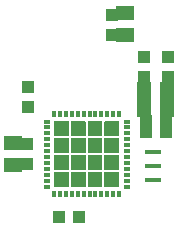
<source format=gbr>
G04 EAGLE Gerber RS-274X export*
G75*
%MOMM*%
%FSLAX34Y34*%
%LPD*%
%INSolderpaste Bottom*%
%IPPOS*%
%AMOC8*
5,1,8,0,0,1.08239X$1,22.5*%
G01*
%ADD10R,1.500000X1.300000*%
%ADD11R,1.000000X1.100000*%
%ADD12R,1.100000X1.000000*%
%ADD13R,1.399997X0.400000*%
%ADD14R,0.550000X0.297181*%
%ADD15R,0.297181X0.550000*%
%ADD16R,1.300000X1.500000*%

G36*
X-13952Y124319D02*
X-13952Y124319D01*
X-13950Y124318D01*
X-13907Y124338D01*
X-13863Y124356D01*
X-13863Y124358D01*
X-13861Y124359D01*
X-13828Y124444D01*
X-13828Y136668D01*
X-13829Y136670D01*
X-13828Y136672D01*
X-13848Y136715D01*
X-13866Y136759D01*
X-13868Y136759D01*
X-13869Y136761D01*
X-13954Y136794D01*
X-26178Y136794D01*
X-26180Y136793D01*
X-26182Y136794D01*
X-26225Y136774D01*
X-26269Y136756D01*
X-26269Y136754D01*
X-26271Y136753D01*
X-26304Y136668D01*
X-26304Y124444D01*
X-26303Y124442D01*
X-26304Y124440D01*
X-26284Y124397D01*
X-26266Y124353D01*
X-26264Y124353D01*
X-26263Y124351D01*
X-26178Y124318D01*
X-13954Y124318D01*
X-13952Y124319D01*
G37*
G36*
X14496Y124319D02*
X14496Y124319D01*
X14498Y124318D01*
X14541Y124338D01*
X14585Y124356D01*
X14585Y124358D01*
X14587Y124359D01*
X14620Y124444D01*
X14620Y136668D01*
X14619Y136670D01*
X14620Y136672D01*
X14600Y136715D01*
X14582Y136759D01*
X14580Y136759D01*
X14579Y136761D01*
X14494Y136794D01*
X2270Y136794D01*
X2268Y136793D01*
X2266Y136794D01*
X2223Y136774D01*
X2179Y136756D01*
X2179Y136754D01*
X2177Y136753D01*
X2144Y136668D01*
X2144Y124444D01*
X2145Y124442D01*
X2144Y124440D01*
X2164Y124397D01*
X2182Y124353D01*
X2184Y124353D01*
X2185Y124351D01*
X2270Y124318D01*
X14494Y124318D01*
X14496Y124319D01*
G37*
G36*
X272Y124319D02*
X272Y124319D01*
X274Y124318D01*
X317Y124338D01*
X361Y124356D01*
X361Y124358D01*
X363Y124359D01*
X396Y124444D01*
X396Y136668D01*
X395Y136670D01*
X396Y136672D01*
X376Y136715D01*
X358Y136759D01*
X356Y136759D01*
X355Y136761D01*
X270Y136794D01*
X-11954Y136794D01*
X-11956Y136793D01*
X-11958Y136794D01*
X-12001Y136774D01*
X-12045Y136756D01*
X-12045Y136754D01*
X-12047Y136753D01*
X-12080Y136668D01*
X-12080Y124444D01*
X-12079Y124442D01*
X-12080Y124440D01*
X-12060Y124397D01*
X-12042Y124353D01*
X-12040Y124353D01*
X-12039Y124351D01*
X-11954Y124318D01*
X270Y124318D01*
X272Y124319D01*
G37*
G36*
X28720Y124319D02*
X28720Y124319D01*
X28722Y124318D01*
X28765Y124338D01*
X28809Y124356D01*
X28809Y124358D01*
X28811Y124359D01*
X28844Y124444D01*
X28844Y136668D01*
X28843Y136670D01*
X28844Y136672D01*
X28824Y136715D01*
X28806Y136759D01*
X28804Y136759D01*
X28803Y136761D01*
X28718Y136794D01*
X16494Y136794D01*
X16492Y136793D01*
X16490Y136794D01*
X16447Y136774D01*
X16403Y136756D01*
X16403Y136754D01*
X16401Y136753D01*
X16368Y136668D01*
X16368Y124444D01*
X16369Y124442D01*
X16368Y124440D01*
X16388Y124397D01*
X16406Y124353D01*
X16408Y124353D01*
X16409Y124351D01*
X16494Y124318D01*
X28718Y124318D01*
X28720Y124319D01*
G37*
G36*
X14496Y110095D02*
X14496Y110095D01*
X14498Y110094D01*
X14541Y110114D01*
X14585Y110132D01*
X14585Y110134D01*
X14587Y110135D01*
X14620Y110220D01*
X14620Y122444D01*
X14619Y122446D01*
X14620Y122448D01*
X14600Y122491D01*
X14582Y122535D01*
X14580Y122535D01*
X14579Y122537D01*
X14494Y122570D01*
X2270Y122570D01*
X2268Y122569D01*
X2266Y122570D01*
X2223Y122550D01*
X2179Y122532D01*
X2179Y122530D01*
X2177Y122529D01*
X2144Y122444D01*
X2144Y110220D01*
X2145Y110218D01*
X2144Y110216D01*
X2164Y110173D01*
X2182Y110129D01*
X2184Y110129D01*
X2185Y110127D01*
X2270Y110094D01*
X14494Y110094D01*
X14496Y110095D01*
G37*
G36*
X-13952Y110095D02*
X-13952Y110095D01*
X-13950Y110094D01*
X-13907Y110114D01*
X-13863Y110132D01*
X-13863Y110134D01*
X-13861Y110135D01*
X-13828Y110220D01*
X-13828Y122444D01*
X-13829Y122446D01*
X-13828Y122448D01*
X-13848Y122491D01*
X-13866Y122535D01*
X-13868Y122535D01*
X-13869Y122537D01*
X-13954Y122570D01*
X-26178Y122570D01*
X-26180Y122569D01*
X-26182Y122570D01*
X-26225Y122550D01*
X-26269Y122532D01*
X-26269Y122530D01*
X-26271Y122529D01*
X-26304Y122444D01*
X-26304Y110220D01*
X-26303Y110218D01*
X-26304Y110216D01*
X-26284Y110173D01*
X-26266Y110129D01*
X-26264Y110129D01*
X-26263Y110127D01*
X-26178Y110094D01*
X-13954Y110094D01*
X-13952Y110095D01*
G37*
G36*
X272Y110095D02*
X272Y110095D01*
X274Y110094D01*
X317Y110114D01*
X361Y110132D01*
X361Y110134D01*
X363Y110135D01*
X396Y110220D01*
X396Y122444D01*
X395Y122446D01*
X396Y122448D01*
X376Y122491D01*
X358Y122535D01*
X356Y122535D01*
X355Y122537D01*
X270Y122570D01*
X-11954Y122570D01*
X-11956Y122569D01*
X-11958Y122570D01*
X-12001Y122550D01*
X-12045Y122532D01*
X-12045Y122530D01*
X-12047Y122529D01*
X-12080Y122444D01*
X-12080Y110220D01*
X-12079Y110218D01*
X-12080Y110216D01*
X-12060Y110173D01*
X-12042Y110129D01*
X-12040Y110129D01*
X-12039Y110127D01*
X-11954Y110094D01*
X270Y110094D01*
X272Y110095D01*
G37*
G36*
X28720Y110095D02*
X28720Y110095D01*
X28722Y110094D01*
X28765Y110114D01*
X28809Y110132D01*
X28809Y110134D01*
X28811Y110135D01*
X28844Y110220D01*
X28844Y122444D01*
X28843Y122446D01*
X28844Y122448D01*
X28824Y122491D01*
X28806Y122535D01*
X28804Y122535D01*
X28803Y122537D01*
X28718Y122570D01*
X16494Y122570D01*
X16492Y122569D01*
X16490Y122570D01*
X16447Y122550D01*
X16403Y122532D01*
X16403Y122530D01*
X16401Y122529D01*
X16368Y122444D01*
X16368Y110220D01*
X16369Y110218D01*
X16368Y110216D01*
X16388Y110173D01*
X16406Y110129D01*
X16408Y110129D01*
X16409Y110127D01*
X16494Y110094D01*
X28718Y110094D01*
X28720Y110095D01*
G37*
G36*
X-13952Y95871D02*
X-13952Y95871D01*
X-13950Y95870D01*
X-13907Y95890D01*
X-13863Y95908D01*
X-13863Y95910D01*
X-13861Y95911D01*
X-13828Y95996D01*
X-13828Y108220D01*
X-13829Y108222D01*
X-13828Y108224D01*
X-13848Y108267D01*
X-13866Y108311D01*
X-13868Y108311D01*
X-13869Y108313D01*
X-13954Y108346D01*
X-26178Y108346D01*
X-26180Y108345D01*
X-26182Y108346D01*
X-26225Y108326D01*
X-26269Y108308D01*
X-26269Y108306D01*
X-26271Y108305D01*
X-26304Y108220D01*
X-26304Y95996D01*
X-26303Y95994D01*
X-26304Y95992D01*
X-26284Y95949D01*
X-26266Y95905D01*
X-26264Y95905D01*
X-26263Y95903D01*
X-26178Y95870D01*
X-13954Y95870D01*
X-13952Y95871D01*
G37*
G36*
X14496Y95871D02*
X14496Y95871D01*
X14498Y95870D01*
X14541Y95890D01*
X14585Y95908D01*
X14585Y95910D01*
X14587Y95911D01*
X14620Y95996D01*
X14620Y108220D01*
X14619Y108222D01*
X14620Y108224D01*
X14600Y108267D01*
X14582Y108311D01*
X14580Y108311D01*
X14579Y108313D01*
X14494Y108346D01*
X2270Y108346D01*
X2268Y108345D01*
X2266Y108346D01*
X2223Y108326D01*
X2179Y108308D01*
X2179Y108306D01*
X2177Y108305D01*
X2144Y108220D01*
X2144Y95996D01*
X2145Y95994D01*
X2144Y95992D01*
X2164Y95949D01*
X2182Y95905D01*
X2184Y95905D01*
X2185Y95903D01*
X2270Y95870D01*
X14494Y95870D01*
X14496Y95871D01*
G37*
G36*
X272Y95871D02*
X272Y95871D01*
X274Y95870D01*
X317Y95890D01*
X361Y95908D01*
X361Y95910D01*
X363Y95911D01*
X396Y95996D01*
X396Y108220D01*
X395Y108222D01*
X396Y108224D01*
X376Y108267D01*
X358Y108311D01*
X356Y108311D01*
X355Y108313D01*
X270Y108346D01*
X-11954Y108346D01*
X-11956Y108345D01*
X-11958Y108346D01*
X-12001Y108326D01*
X-12045Y108308D01*
X-12045Y108306D01*
X-12047Y108305D01*
X-12080Y108220D01*
X-12080Y95996D01*
X-12079Y95994D01*
X-12080Y95992D01*
X-12060Y95949D01*
X-12042Y95905D01*
X-12040Y95905D01*
X-12039Y95903D01*
X-11954Y95870D01*
X270Y95870D01*
X272Y95871D01*
G37*
G36*
X28720Y95871D02*
X28720Y95871D01*
X28722Y95870D01*
X28765Y95890D01*
X28809Y95908D01*
X28809Y95910D01*
X28811Y95911D01*
X28844Y95996D01*
X28844Y108220D01*
X28843Y108222D01*
X28844Y108224D01*
X28824Y108267D01*
X28806Y108311D01*
X28804Y108311D01*
X28803Y108313D01*
X28718Y108346D01*
X16494Y108346D01*
X16492Y108345D01*
X16490Y108346D01*
X16447Y108326D01*
X16403Y108308D01*
X16403Y108306D01*
X16401Y108305D01*
X16368Y108220D01*
X16368Y95996D01*
X16369Y95994D01*
X16368Y95992D01*
X16388Y95949D01*
X16406Y95905D01*
X16408Y95905D01*
X16409Y95903D01*
X16494Y95870D01*
X28718Y95870D01*
X28720Y95871D01*
G37*
G36*
X272Y81647D02*
X272Y81647D01*
X274Y81646D01*
X317Y81666D01*
X361Y81684D01*
X361Y81686D01*
X363Y81687D01*
X396Y81772D01*
X396Y93996D01*
X395Y93998D01*
X396Y94000D01*
X376Y94043D01*
X358Y94087D01*
X356Y94087D01*
X355Y94089D01*
X270Y94122D01*
X-11954Y94122D01*
X-11956Y94121D01*
X-11958Y94122D01*
X-12001Y94102D01*
X-12045Y94084D01*
X-12045Y94082D01*
X-12047Y94081D01*
X-12080Y93996D01*
X-12080Y81772D01*
X-12079Y81770D01*
X-12080Y81768D01*
X-12060Y81725D01*
X-12042Y81681D01*
X-12040Y81681D01*
X-12039Y81679D01*
X-11954Y81646D01*
X270Y81646D01*
X272Y81647D01*
G37*
G36*
X14496Y81647D02*
X14496Y81647D01*
X14498Y81646D01*
X14541Y81666D01*
X14585Y81684D01*
X14585Y81686D01*
X14587Y81687D01*
X14620Y81772D01*
X14620Y93996D01*
X14619Y93998D01*
X14620Y94000D01*
X14600Y94043D01*
X14582Y94087D01*
X14580Y94087D01*
X14579Y94089D01*
X14494Y94122D01*
X2270Y94122D01*
X2268Y94121D01*
X2266Y94122D01*
X2223Y94102D01*
X2179Y94084D01*
X2179Y94082D01*
X2177Y94081D01*
X2144Y93996D01*
X2144Y81772D01*
X2145Y81770D01*
X2144Y81768D01*
X2164Y81725D01*
X2182Y81681D01*
X2184Y81681D01*
X2185Y81679D01*
X2270Y81646D01*
X14494Y81646D01*
X14496Y81647D01*
G37*
G36*
X28720Y81647D02*
X28720Y81647D01*
X28722Y81646D01*
X28765Y81666D01*
X28809Y81684D01*
X28809Y81686D01*
X28811Y81687D01*
X28844Y81772D01*
X28844Y93996D01*
X28843Y93998D01*
X28844Y94000D01*
X28824Y94043D01*
X28806Y94087D01*
X28804Y94087D01*
X28803Y94089D01*
X28718Y94122D01*
X16494Y94122D01*
X16492Y94121D01*
X16490Y94122D01*
X16447Y94102D01*
X16403Y94084D01*
X16403Y94082D01*
X16401Y94081D01*
X16368Y93996D01*
X16368Y81772D01*
X16369Y81770D01*
X16368Y81768D01*
X16388Y81725D01*
X16406Y81681D01*
X16408Y81681D01*
X16409Y81679D01*
X16494Y81646D01*
X28718Y81646D01*
X28720Y81647D01*
G37*
G36*
X-13952Y81647D02*
X-13952Y81647D01*
X-13950Y81646D01*
X-13907Y81666D01*
X-13863Y81684D01*
X-13863Y81686D01*
X-13861Y81687D01*
X-13828Y81772D01*
X-13828Y93996D01*
X-13829Y93998D01*
X-13828Y94000D01*
X-13848Y94043D01*
X-13866Y94087D01*
X-13868Y94087D01*
X-13869Y94089D01*
X-13954Y94122D01*
X-26178Y94122D01*
X-26180Y94121D01*
X-26182Y94122D01*
X-26225Y94102D01*
X-26269Y94084D01*
X-26269Y94082D01*
X-26271Y94081D01*
X-26304Y93996D01*
X-26304Y81772D01*
X-26303Y81770D01*
X-26304Y81768D01*
X-26284Y81725D01*
X-26266Y81681D01*
X-26264Y81681D01*
X-26263Y81679D01*
X-26178Y81646D01*
X-13954Y81646D01*
X-13952Y81647D01*
G37*
D10*
X33840Y209600D03*
X33840Y228600D03*
D11*
X22410Y210330D03*
X22410Y227330D03*
D12*
X49530Y174380D03*
X49530Y191380D03*
X69850Y191380D03*
X69850Y174380D03*
D13*
X57150Y87060D03*
X57150Y99060D03*
X57150Y111060D03*
D14*
X35070Y136727D03*
X35070Y131726D03*
X35070Y126724D03*
X35070Y121723D03*
X35070Y116722D03*
X35070Y111721D03*
X35070Y106719D03*
X35070Y101718D03*
X35070Y96717D03*
X35070Y91716D03*
X35070Y86714D03*
X35070Y81713D03*
D15*
X28777Y75420D03*
X23776Y75420D03*
X18774Y75420D03*
X13773Y75420D03*
X8772Y75420D03*
X3771Y75420D03*
X-1231Y75420D03*
X-6232Y75420D03*
X-11233Y75420D03*
X-16234Y75420D03*
X-21236Y75420D03*
X-26237Y75420D03*
D14*
X-32530Y81713D03*
X-32530Y86714D03*
X-32530Y91716D03*
X-32530Y96717D03*
X-32530Y101718D03*
X-32530Y106719D03*
X-32530Y111721D03*
X-32530Y116722D03*
X-32530Y121723D03*
X-32530Y126724D03*
X-32530Y131726D03*
X-32530Y136727D03*
D15*
X-26237Y143020D03*
X-21236Y143020D03*
X-16234Y143020D03*
X-11233Y143020D03*
X-6232Y143020D03*
X-1231Y143020D03*
X3771Y143020D03*
X8772Y143020D03*
X13773Y143020D03*
X18774Y143020D03*
X23776Y143020D03*
X28777Y143020D03*
D12*
X-48260Y165980D03*
X-48260Y148980D03*
D11*
X-5470Y55880D03*
X-22470Y55880D03*
D12*
X51190Y128270D03*
X68190Y128270D03*
X51190Y137160D03*
X68190Y137160D03*
D11*
X-49530Y117720D03*
X-49530Y100720D03*
D16*
X50190Y162560D03*
X69190Y162560D03*
X50190Y148590D03*
X69190Y148590D03*
D10*
X-60960Y118720D03*
X-60960Y99720D03*
M02*

</source>
